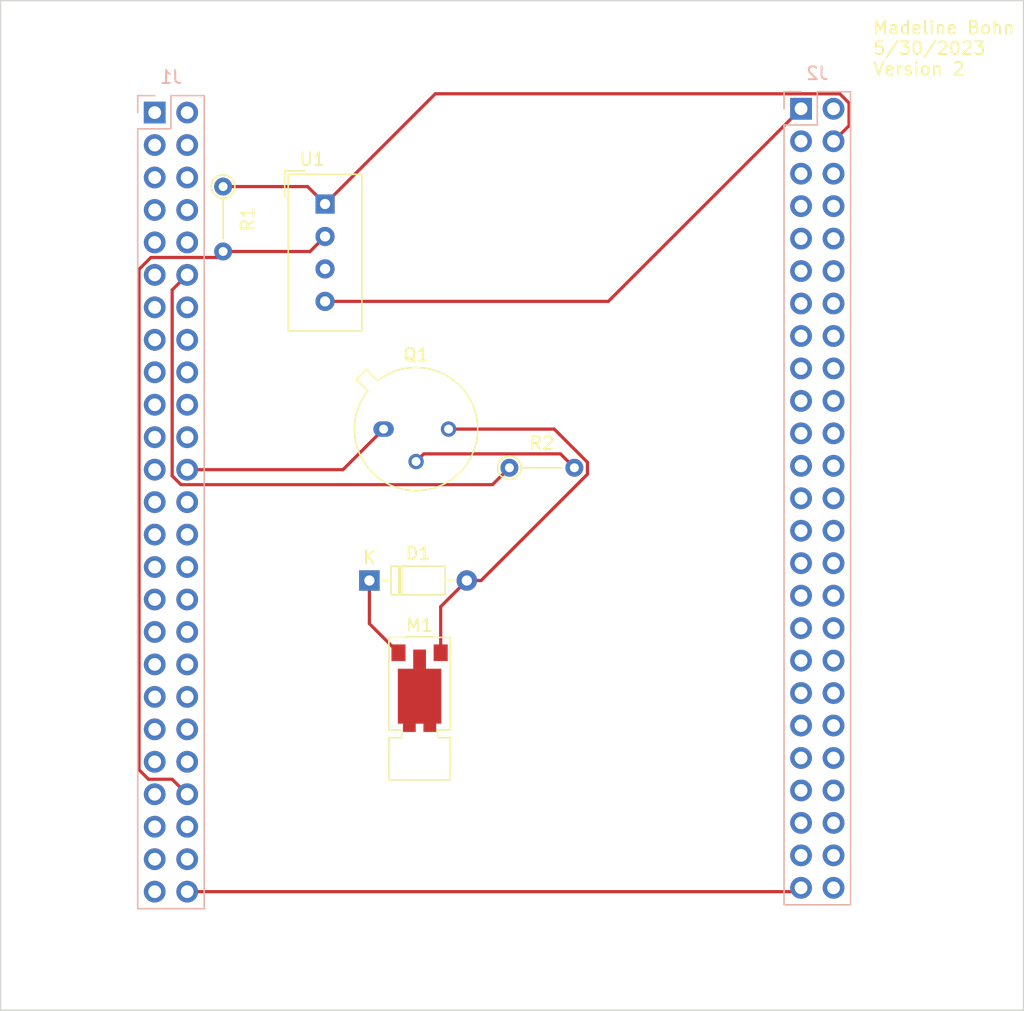
<source format=kicad_pcb>
(kicad_pcb (version 20221018) (generator pcbnew)
  (layers (0 "F.Cu" signal) (31 "B.Cu" signal) (34 "B.Paste" user) (35 "F.Paste" user) (36 "B.SilkS" user "B.Silkscreen") (37 "F.SilkS" user "F.Silkscreen") (38 "B.Mask" user) (39 "F.Mask" user) (44 "Edge.Cuts" user))
  (net 0 "")
  (net 1 "+BATT")
  (net 2 "Net-(D1-A)")
  (net 3 "GND")
  (net 38 "Motor")
  (net 40 "Temperature Sensor")
  (net 49 "+5V")
  (net 94 "Net-(Q1-B)")
  (footprint "Diode_THT:D_DO-35_SOD27_P7.62mm_Horizontal" (layer "F.Cu") (at 148.265 94.225)
    (fp_text reference "D1" (at 3.81 -2.12) (layer "F.SilkS"))
    (fp_text value "1N914")
    (fp_text user "K" (at 0 -1.8) (layer "F.SilkS"))
    (fp_line (start 1.04 0) (end 1.69 0) (stroke (width 0.12)) (layer "F.SilkS"))
    (fp_line (start 1.69 -1.12) (end 1.69 1.12) (stroke (width 0.12)) (layer "F.SilkS"))
    (fp_line (start 1.69 1.12) (end 5.93 1.12) (stroke (width 0.12)) (layer "F.SilkS"))
    (fp_line (start 2.29 -1.12) (end 2.29 1.12) (stroke (width 0.12)) (layer "F.SilkS"))
    (fp_line (start 2.41 -1.12) (end 2.41 1.12) (stroke (width 0.12)) (layer "F.SilkS"))
    (fp_line (start 2.53 -1.12) (end 2.53 1.12) (stroke (width 0.12)) (layer "F.SilkS"))
    (fp_line (start 5.93 -1.12) (end 1.69 -1.12) (stroke (width 0.12)) (layer "F.SilkS"))
    (fp_line (start 5.93 1.12) (end 5.93 -1.12) (stroke (width 0.12)) (layer "F.SilkS"))
    (fp_line (start 6.58 0) (end 5.93 0) (stroke (width 0.12)) (layer "F.SilkS"))
    (pad "1" thru_hole rect (at 0 0) (size 1.6 1.6) (drill 0.8) (layers "*.Cu" "*.Mask") (net 1 "+BATT"))
    (pad "2" thru_hole oval (at 7.62 0) (size 1.6 1.6) (drill 0.8) (layers "*.Cu" "*.Mask") (net 2 "Net-(D1-A)"))
  )
  (footprint "Motors:Vybronics_VZ30C1T8219732L" (layer "F.Cu") (at 152.19 104.225)
    (fp_text reference "M1" (at 0 -6.5) (layer "F.SilkS"))
    (fp_text value "Motor_DC")
    (fp_line (start -2.4 -5.55) (end -1.05 -5.55) (stroke (width 0.12)) (layer "F.SilkS"))
    (fp_line (start -2.4 -5.2) (end -2.4 -5.55) (stroke (width 0.12)) (layer "F.SilkS"))
    (fp_line (start -2.4 1.7) (end -2.4 -5.2) (stroke (width 0.12)) (layer "F.SilkS"))
    (fp_line (start -2.4 2.3) (end -1.4 2.3) (stroke (width 0.12)) (layer "F.SilkS"))
    (fp_line (start -2.4 5.6) (end -2.4 2.3) (stroke (width 0.12)) (layer "F.SilkS"))
    (fp_line (start -1.4 1.7) (end -2.4 1.7) (stroke (width 0.12)) (layer "F.SilkS"))
    (fp_line (start -1.4 2.3) (end -1.4 1.7) (stroke (width 0.12)) (layer "F.SilkS"))
    (fp_line (start -1.05 -5.6) (end 1.05 -5.6) (stroke (width 0.12)) (layer "F.SilkS"))
    (fp_line (start -1.05 -5.55) (end -1.05 -5.6) (stroke (width 0.12)) (layer "F.SilkS"))
    (fp_line (start 1.05 -5.6) (end 1.05 -5.55) (stroke (width 0.12)) (layer "F.SilkS"))
    (fp_line (start 1.05 -5.55) (end 2.4 -5.55) (stroke (width 0.12)) (layer "F.SilkS"))
    (fp_line (start 1.4 1.7) (end 1.4 2.3) (stroke (width 0.12)) (layer "F.SilkS"))
    (fp_line (start 1.4 2.3) (end 2.4 2.3) (stroke (width 0.12)) (layer "F.SilkS"))
    (fp_line (start 2.4 -5.55) (end 2.4 -5.2) (stroke (width 0.12)) (layer "F.SilkS"))
    (fp_line (start 2.4 -5.2) (end 2.4 1.7) (stroke (width 0.12)) (layer "F.SilkS"))
    (fp_line (start 2.4 1.7) (end 1.4 1.7) (stroke (width 0.12)) (layer "F.SilkS"))
    (fp_line (start 2.4 2.3) (end 2.4 5.6) (stroke (width 0.12)) (layer "F.SilkS"))
    (fp_line (start 2.4 5.6) (end -2.4 5.6) (stroke (width 0.12)) (layer "F.SilkS"))
    (pad "1" smd rect (at -1.65 -4.35 270) (size 1.3 1.1) (layers "F.Cu" "F.Paste" "F.Mask") (net 1 "+BATT"))
    (pad "2" smd rect (at 1.65 -4.35 270) (size 1.3 1.1) (layers "F.Cu" "F.Paste" "F.Mask") (net 2 "Net-(D1-A)"))
    (pad "SH" smd rect (at -0.8 1.525) (size 1 0.65) (layers "F.Cu" "F.Paste" "F.Mask"))
    (pad "SH" smd rect (at 0 -3.85 270) (size 1.5 1) (layers "F.Cu" "F.Paste" "F.Mask"))
    (pad "SH" smd rect (at 0 -0.95 270) (size 4.3 3.4) (layers "F.Cu" "F.Mask"))
    (pad "SH" smd rect (at 0.8 1.525) (size 1 0.65) (layers "F.Cu" "F.Paste" "F.Mask"))
  )
  (footprint "Resistor_THT:R_Axial_DIN0204_L3.6mm_D1.6mm_P5.08mm_Vertical" (layer "F.Cu") (at 136.825 63.4 -90)
    (fp_text reference "R1" (at 2.54 -1.92 90) (layer "F.SilkS"))
    (fp_text value "5k")
    (fp_line (start 0.92 0) (end 4.08 0) (stroke (width 0.12)) (layer "F.SilkS"))
    (fp_circle (center 0 0) (end 0.92 0) (stroke (width 0.12)) (fill none) (layer "F.SilkS"))
    (pad "1" thru_hole circle (at 0 0 270) (size 1.4 1.4) (drill 0.7) (layers "*.Cu" "*.Mask") (net 49 "+5V"))
    (pad "2" thru_hole oval (at 5.08 0 270) (size 1.4 1.4) (drill 0.7) (layers "*.Cu" "*.Mask") (net 40 "Temperature Sensor"))
  )
  (footprint "Sensor:Aosong_DHT11_5.5x12.0_P2.54mm" (layer "F.Cu") (at 144.7975 64.7625)
    (fp_text reference "U1" (at -1 -3.5) (layer "F.SilkS"))
    (fp_text value "DHT11")
    (fp_line (start -3.16 -2.6) (end -3.16 -0.6) (stroke (width 0.12)) (layer "F.SilkS"))
    (fp_line (start -3.16 -2.6) (end -1.55 -2.6) (stroke (width 0.12)) (layer "F.SilkS"))
    (fp_line (start -2.88 9.94) (end -2.88 -2.31) (stroke (width 0.12)) (layer "F.SilkS"))
    (fp_line (start -2.87 -2.32) (end 2.87 -2.32) (stroke (width 0.12)) (layer "F.SilkS"))
    (fp_line (start 2.88 -2.32) (end 2.88 9.94) (stroke (width 0.12)) (layer "F.SilkS"))
    (fp_line (start 2.88 9.94) (end -2.88 9.94) (stroke (width 0.12)) (layer "F.SilkS"))
    (pad "1" thru_hole rect (at 0 0) (size 1.5 1.5) (drill 0.8) (layers "*.Cu" "*.Mask") (net 49 "+5V"))
    (pad "2" thru_hole circle (at 0 2.54) (size 1.5 1.5) (drill 0.8) (layers "*.Cu" "*.Mask") (net 40 "Temperature Sensor"))
    (pad "3" thru_hole circle (at 0 5.08) (size 1.5 1.5) (drill 0.8) (layers "*.Cu" "*.Mask"))
    (pad "4" thru_hole circle (at 0 7.62) (size 1.5 1.5) (drill 0.8) (layers "*.Cu" "*.Mask") (net 3 "GND"))
  )
  (footprint "Resistor_THT:R_Axial_DIN0204_L3.6mm_D1.6mm_P5.08mm_Vertical" (layer "F.Cu") (at 159.215 85.4)
    (fp_text reference "R2" (at 2.54 -1.92) (layer "F.SilkS"))
    (fp_text value "10k")
    (fp_line (start 0.92 0) (end 4.08 0) (stroke (width 0.12)) (layer "F.SilkS"))
    (fp_circle (center 0 0) (end 0.92 0) (stroke (width 0.12)) (fill none) (layer "F.SilkS"))
    (pad "1" thru_hole circle (at 0 0) (size 1.4 1.4) (drill 0.7) (layers "*.Cu" "*.Mask") (net 38 "Motor"))
    (pad "2" thru_hole oval (at 5.08 0) (size 1.4 1.4) (drill 0.7) (layers "*.Cu" "*.Mask") (net 94 "Net-(Q1-B)"))
  )
  (footprint "Package_TO_SOT_THT:TO-39-3" (layer "F.Cu") (at 149.375 82.375)
    (fp_text reference "Q1" (at 2.54 -5.82) (layer "F.SilkS"))
    (fp_text value "2N2219")
    (fp_line (start -2.125856 -3.888039) (end -1.234902 -2.997084) (stroke (width 0.12)) (layer "F.SilkS"))
    (fp_line (start -1.348039 -4.665856) (end -2.125856 -3.888039) (stroke (width 0.12)) (layer "F.SilkS"))
    (fp_line (start -0.457084 -3.774902) (end -1.348039 -4.665856) (stroke (width 0.12)) (layer "F.SilkS"))
    (fp_arc (start -0.457084 -3.774902) (mid 5.948125 3.408384) (end -1.234674 -2.997371) (stroke (width 0.12)) (layer "F.SilkS"))
    (pad "1" thru_hole oval (at 0 0) (size 1.6 1.2) (drill 0.7) (layers "*.Cu" "*.Mask") (net 3 "GND"))
    (pad "2" thru_hole oval (at 2.54 2.54) (size 1.2 1.2) (drill 0.7) (layers "*.Cu" "*.Mask") (net 94 "Net-(Q1-B)"))
    (pad "3" thru_hole oval (at 5.08 0) (size 1.2 1.2) (drill 0.7) (layers "*.Cu" "*.Mask") (net 2 "Net-(D1-A)"))
  )
  (footprint "Connector_PinSocket_2.54mm:PinSocket_2x25_P2.54mm_Vertical" (layer "B.Cu") (at 131.475 57.61 180)
    (fp_text reference "J1" (at -1.27 2.77) (layer "B.SilkS") (effects (justify mirror)))
    (fp_text value "Discovery Board Conn 1")
    (fp_line (start -3.87 -62.29) (end 1.33 -62.29) (stroke (width 0.12)) (layer "B.SilkS"))
    (fp_line (start -3.87 1.33) (end -3.87 -62.29) (stroke (width 0.12)) (layer "B.SilkS"))
    (fp_line (start -3.87 1.33) (end -1.27 1.33) (stroke (width 0.12)) (layer "B.SilkS"))
    (fp_line (start -1.27 -1.27) (end 1.33 -1.27) (stroke (width 0.12)) (layer "B.SilkS"))
    (fp_line (start -1.27 1.33) (end -1.27 -1.27) (stroke (width 0.12)) (layer "B.SilkS"))
    (fp_line (start 0 1.33) (end 1.33 1.33) (stroke (width 0.12)) (layer "B.SilkS"))
    (fp_line (start 1.33 -1.27) (end 1.33 -62.29) (stroke (width 0.12)) (layer "B.SilkS"))
    (fp_line (start 1.33 1.33) (end 1.33 0) (stroke (width 0.12)) (layer "B.SilkS"))
    (pad "1" thru_hole rect (at 0 0 180) (size 1.7 1.7) (drill 1) (layers "*.Cu" "*.Mask") (net 3 "GND"))
    (pad "2" thru_hole oval (at -2.54 0 180) (size 1.7 1.7) (drill 1) (layers "*.Cu" "*.Mask") (net 3 "GND"))
    (pad "3" thru_hole oval (at 0 -2.54 180) (size 1.7 1.7) (drill 1) (layers "*.Cu" "*.Mask"))
    (pad "4" thru_hole oval (at -2.54 -2.54 180) (size 1.7 1.7) (drill 1) (layers "*.Cu" "*.Mask"))
    (pad "5" thru_hole oval (at 0 -5.08 180) (size 1.7 1.7) (drill 1) (layers "*.Cu" "*.Mask"))
    (pad "6" thru_hole oval (at -2.54 -5.08 180) (size 1.7 1.7) (drill 1) (layers "*.Cu" "*.Mask"))
    (pad "7" thru_hole oval (at 0 -7.62 180) (size 1.7 1.7) (drill 1) (layers "*.Cu" "*.Mask"))
    (pad "8" thru_hole oval (at -2.54 -7.62 180) (size 1.7 1.7) (drill 1) (layers "*.Cu" "*.Mask"))
    (pad "9" thru_hole oval (at 0 -10.16 180) (size 1.7 1.7) (drill 1) (layers "*.Cu" "*.Mask"))
    (pad "10" thru_hole oval (at -2.54 -10.16 180) (size 1.7 1.7) (drill 1) (layers "*.Cu" "*.Mask"))
    (pad "11" thru_hole oval (at 0 -12.7 180) (size 1.7 1.7) (drill 1) (layers "*.Cu" "*.Mask"))
    (pad "12" thru_hole oval (at -2.54 -12.7 180) (size 1.7 1.7) (drill 1) (layers "*.Cu" "*.Mask") (net 38 "Motor"))
    (pad "13" thru_hole oval (at 0 -15.24 180) (size 1.7 1.7) (drill 1) (layers "*.Cu" "*.Mask"))
    (pad "14" thru_hole oval (at -2.54 -15.24 180) (size 1.7 1.7) (drill 1) (layers "*.Cu" "*.Mask"))
    (pad "15" thru_hole oval (at 0 -17.78 180) (size 1.7 1.7) (drill 1) (layers "*.Cu" "*.Mask"))
    (pad "16" thru_hole oval (at -2.54 -17.78 180) (size 1.7 1.7) (drill 1) (layers "*.Cu" "*.Mask"))
    (pad "17" thru_hole oval (at 0 -20.32 180) (size 1.7 1.7) (drill 1) (layers "*.Cu" "*.Mask"))
    (pad "18" thru_hole oval (at -2.54 -20.32 180) (size 1.7 1.7) (drill 1) (layers "*.Cu" "*.Mask"))
    (pad "19" thru_hole oval (at 0 -22.86 180) (size 1.7 1.7) (drill 1) (layers "*.Cu" "*.Mask"))
    (pad "20" thru_hole oval (at -2.54 -22.86 180) (size 1.7 1.7) (drill 1) (layers "*.Cu" "*.Mask"))
    (pad "21" thru_hole oval (at 0 -25.4 180) (size 1.7 1.7) (drill 1) (layers "*.Cu" "*.Mask"))
    (pad "22" thru_hole oval (at -2.54 -25.4 180) (size 1.7 1.7) (drill 1) (layers "*.Cu" "*.Mask"))
    (pad "23" thru_hole oval (at 0 -27.94 180) (size 1.7 1.7) (drill 1) (layers "*.Cu" "*.Mask"))
    (pad "24" thru_hole oval (at -2.54 -27.94 180) (size 1.7 1.7) (drill 1) (layers "*.Cu" "*.Mask") (net 3 "GND"))
    (pad "25" thru_hole oval (at 0 -30.48 180) (size 1.7 1.7) (drill 1) (layers "*.Cu" "*.Mask"))
    (pad "26" thru_hole oval (at -2.54 -30.48 180) (size 1.7 1.7) (drill 1) (layers "*.Cu" "*.Mask"))
    (pad "27" thru_hole oval (at 0 -33.02 180) (size 1.7 1.7) (drill 1) (layers "*.Cu" "*.Mask"))
    (pad "28" thru_hole oval (at -2.54 -33.02 180) (size 1.7 1.7) (drill 1) (layers "*.Cu" "*.Mask"))
    (pad "29" thru_hole oval (at 0 -35.56 180) (size 1.7 1.7) (drill 1) (layers "*.Cu" "*.Mask"))
    (pad "30" thru_hole oval (at -2.54 -35.56 180) (size 1.7 1.7) (drill 1) (layers "*.Cu" "*.Mask"))
    (pad "31" thru_hole oval (at 0 -38.1 180) (size 1.7 1.7) (drill 1) (layers "*.Cu" "*.Mask"))
    (pad "32" thru_hole oval (at -2.54 -38.1 180) (size 1.7 1.7) (drill 1) (layers "*.Cu" "*.Mask"))
    (pad "33" thru_hole oval (at 0 -40.64 180) (size 1.7 1.7) (drill 1) (layers "*.Cu" "*.Mask"))
    (pad "34" thru_hole oval (at -2.54 -40.64 180) (size 1.7 1.7) (drill 1) (layers "*.Cu" "*.Mask"))
    (pad "35" thru_hole oval (at 0 -43.18 180) (size 1.7 1.7) (drill 1) (layers "*.Cu" "*.Mask"))
    (pad "36" thru_hole oval (at -2.54 -43.18 180) (size 1.7 1.7) (drill 1) (layers "*.Cu" "*.Mask"))
    (pad "37" thru_hole oval (at 0 -45.72 180) (size 1.7 1.7) (drill 1) (layers "*.Cu" "*.Mask"))
    (pad "38" thru_hole oval (at -2.54 -45.72 180) (size 1.7 1.7) (drill 1) (layers "*.Cu" "*.Mask"))
    (pad "39" thru_hole oval (at 0 -48.26 180) (size 1.7 1.7) (drill 1) (layers "*.Cu" "*.Mask"))
    (pad "40" thru_hole oval (at -2.54 -48.26 180) (size 1.7 1.7) (drill 1) (layers "*.Cu" "*.Mask"))
    (pad "41" thru_hole oval (at 0 -50.8 180) (size 1.7 1.7) (drill 1) (layers "*.Cu" "*.Mask"))
    (pad "42" thru_hole oval (at -2.54 -50.8 180) (size 1.7 1.7) (drill 1) (layers "*.Cu" "*.Mask"))
    (pad "43" thru_hole oval (at 0 -53.34 180) (size 1.7 1.7) (drill 1) (layers "*.Cu" "*.Mask"))
    (pad "44" thru_hole oval (at -2.54 -53.34 180) (size 1.7 1.7) (drill 1) (layers "*.Cu" "*.Mask") (net 40 "Temperature Sensor"))
    (pad "45" thru_hole oval (at 0 -55.88 180) (size 1.7 1.7) (drill 1) (layers "*.Cu" "*.Mask"))
    (pad "46" thru_hole oval (at -2.54 -55.88 180) (size 1.7 1.7) (drill 1) (layers "*.Cu" "*.Mask"))
    (pad "47" thru_hole oval (at 0 -58.42 180) (size 1.7 1.7) (drill 1) (layers "*.Cu" "*.Mask"))
    (pad "48" thru_hole oval (at -2.54 -58.42 180) (size 1.7 1.7) (drill 1) (layers "*.Cu" "*.Mask"))
    (pad "49" thru_hole oval (at 0 -60.96 180) (size 1.7 1.7) (drill 1) (layers "*.Cu" "*.Mask") (net 3 "GND"))
    (pad "50" thru_hole oval (at -2.54 -60.96 180) (size 1.7 1.7) (drill 1) (layers "*.Cu" "*.Mask") (net 3 "GND"))
  )
  (footprint "Connector_PinSocket_2.54mm:PinSocket_2x25_P2.54mm_Vertical" (layer "B.Cu") (at 182.025 57.31 180)
    (fp_text reference "J2" (at -1.27 2.77) (layer "B.SilkS") (effects (justify mirror)))
    (fp_text value "Discovery Board Conn 2")
    (fp_line (start -3.87 -62.29) (end 1.33 -62.29) (stroke (width 0.12)) (layer "B.SilkS"))
    (fp_line (start -3.87 1.33) (end -3.87 -62.29) (stroke (width 0.12)) (layer "B.SilkS"))
    (fp_line (start -3.87 1.33) (end -1.27 1.33) (stroke (width 0.12)) (layer "B.SilkS"))
    (fp_line (start -1.27 -1.27) (end 1.33 -1.27) (stroke (width 0.12)) (layer "B.SilkS"))
    (fp_line (start -1.27 1.33) (end -1.27 -1.27) (stroke (width 0.12)) (layer "B.SilkS"))
    (fp_line (start 0 1.33) (end 1.33 1.33) (stroke (width 0.12)) (layer "B.SilkS"))
    (fp_line (start 1.33 -1.27) (end 1.33 -62.29) (stroke (width 0.12)) (layer "B.SilkS"))
    (fp_line (start 1.33 1.33) (end 1.33 0) (stroke (width 0.12)) (layer "B.SilkS"))
    (pad "1" thru_hole rect (at 0 0 180) (size 1.7 1.7) (drill 1) (layers "*.Cu" "*.Mask") (net 3 "GND"))
    (pad "2" thru_hole oval (at -2.54 0 180) (size 1.7 1.7) (drill 1) (layers "*.Cu" "*.Mask") (net 3 "GND"))
    (pad "3" thru_hole oval (at 0 -2.54 180) (size 1.7 1.7) (drill 1) (layers "*.Cu" "*.Mask") (net 49 "+5V"))
    (pad "4" thru_hole oval (at -2.54 -2.54 180) (size 1.7 1.7) (drill 1) (layers "*.Cu" "*.Mask") (net 49 "+5V"))
    (pad "5" thru_hole oval (at 0 -5.08 180) (size 1.7 1.7) (drill 1) (layers "*.Cu" "*.Mask"))
    (pad "6" thru_hole oval (at -2.54 -5.08 180) (size 1.7 1.7) (drill 1) (layers "*.Cu" "*.Mask"))
    (pad "7" thru_hole oval (at 0 -7.62 180) (size 1.7 1.7) (drill 1) (layers "*.Cu" "*.Mask"))
    (pad "8" thru_hole oval (at -2.54 -7.62 180) (size 1.7 1.7) (drill 1) (layers "*.Cu" "*.Mask"))
    (pad "9" thru_hole oval (at 0 -10.16 180) (size 1.7 1.7) (drill 1) (layers "*.Cu" "*.Mask"))
    (pad "10" thru_hole oval (at -2.54 -10.16 180) (size 1.7 1.7) (drill 1) (layers "*.Cu" "*.Mask"))
    (pad "11" thru_hole oval (at 0 -12.7 180) (size 1.7 1.7) (drill 1) (layers "*.Cu" "*.Mask"))
    (pad "12" thru_hole oval (at -2.54 -12.7 180) (size 1.7 1.7) (drill 1) (layers "*.Cu" "*.Mask"))
    (pad "13" thru_hole oval (at 0 -15.24 180) (size 1.7 1.7) (drill 1) (layers "*.Cu" "*.Mask"))
    (pad "14" thru_hole oval (at -2.54 -15.24 180) (size 1.7 1.7) (drill 1) (layers "*.Cu" "*.Mask"))
    (pad "15" thru_hole oval (at 0 -17.78 180) (size 1.7 1.7) (drill 1) (layers "*.Cu" "*.Mask"))
    (pad "16" thru_hole oval (at -2.54 -17.78 180) (size 1.7 1.7) (drill 1) (layers "*.Cu" "*.Mask"))
    (pad "17" thru_hole oval (at 0 -20.32 180) (size 1.7 1.7) (drill 1) (layers "*.Cu" "*.Mask"))
    (pad "18" thru_hole oval (at -2.54 -20.32 180) (size 1.7 1.7) (drill 1) (layers "*.Cu" "*.Mask"))
    (pad "19" thru_hole oval (at 0 -22.86 180) (size 1.7 1.7) (drill 1) (layers "*.Cu" "*.Mask"))
    (pad "20" thru_hole oval (at -2.54 -22.86 180) (size 1.7 1.7) (drill 1) (layers "*.Cu" "*.Mask"))
    (pad "21" thru_hole oval (at 0 -25.4 180) (size 1.7 1.7) (drill 1) (layers "*.Cu" "*.Mask"))
    (pad "22" thru_hole oval (at -2.54 -25.4 180) (size 1.7 1.7) (drill 1) (layers "*.Cu" "*.Mask"))
    (pad "23" thru_hole oval (at 0 -27.94 180) (size 1.7 1.7) (drill 1) (layers "*.Cu" "*.Mask"))
    (pad "24" thru_hole oval (at -2.54 -27.94 180) (size 1.7 1.7) (drill 1) (layers "*.Cu" "*.Mask"))
    (pad "25" thru_hole oval (at 0 -30.48 180) (size 1.7 1.7) (drill 1) (layers "*.Cu" "*.Mask"))
    (pad "26" thru_hole oval (at -2.54 -30.48 180) (size 1.7 1.7) (drill 1) (layers "*.Cu" "*.Mask"))
    (pad "27" thru_hole oval (at 0 -33.02 180) (size 1.7 1.7) (drill 1) (layers "*.Cu" "*.Mask"))
    (pad "28" thru_hole oval (at -2.54 -33.02 180) (size 1.7 1.7) (drill 1) (layers "*.Cu" "*.Mask"))
    (pad "29" thru_hole oval (at 0 -35.56 180) (size 1.7 1.7) (drill 1) (layers "*.Cu" "*.Mask"))
    (pad "30" thru_hole oval (at -2.54 -35.56 180) (size 1.7 1.7) (drill 1) (layers "*.Cu" "*.Mask"))
    (pad "31" thru_hole oval (at 0 -38.1 180) (size 1.7 1.7) (drill 1) (layers "*.Cu" "*.Mask"))
    (pad "32" thru_hole oval (at -2.54 -38.1 180) (size 1.7 1.7) (drill 1) (layers "*.Cu" "*.Mask"))
    (pad "33" thru_hole oval (at 0 -40.64 180) (size 1.7 1.7) (drill 1) (layers "*.Cu" "*.Mask"))
    (pad "34" thru_hole oval (at -2.54 -40.64 180) (size 1.7 1.7) (drill 1) (layers "*.Cu" "*.Mask"))
    (pad "35" thru_hole oval (at 0 -43.18 180) (size 1.7 1.7) (drill 1) (layers "*.Cu" "*.Mask"))
    (pad "36" thru_hole oval (at -2.54 -43.18 180) (size 1.7 1.7) (drill 1) (layers "*.Cu" "*.Mask"))
    (pad "37" thru_hole oval (at 0 -45.72 180) (size 1.7 1.7) (drill 1) (layers "*.Cu" "*.Mask"))
    (pad "38" thru_hole oval (at -2.54 -45.72 180) (size 1.7 1.7) (drill 1) (layers "*.Cu" "*.Mask"))
    (pad "39" thru_hole oval (at 0 -48.26 180) (size 1.7 1.7) (drill 1) (layers "*.Cu" "*.Mask"))
    (pad "40" thru_hole oval (at -2.54 -48.26 180) (size 1.7 1.7) (drill 1) (layers "*.Cu" "*.Mask"))
    (pad "41" thru_hole oval (at 0 -50.8 180) (size 1.7 1.7) (drill 1) (layers "*.Cu" "*.Mask"))
    (pad "42" thru_hole oval (at -2.54 -50.8 180) (size 1.7 1.7) (drill 1) (layers "*.Cu" "*.Mask"))
    (pad "43" thru_hole oval (at 0 -53.34 180) (size 1.7 1.7) (drill 1) (layers "*.Cu" "*.Mask"))
    (pad "44" thru_hole oval (at -2.54 -53.34 180) (size 1.7 1.7) (drill 1) (layers "*.Cu" "*.Mask"))
    (pad "45" thru_hole oval (at 0 -55.88 180) (size 1.7 1.7) (drill 1) (layers "*.Cu" "*.Mask"))
    (pad "46" thru_hole oval (at -2.54 -55.88 180) (size 1.7 1.7) (drill 1) (layers "*.Cu" "*.Mask"))
    (pad "47" thru_hole oval (at 0 -58.42 180) (size 1.7 1.7) (drill 1) (layers "*.Cu" "*.Mask"))
    (pad "48" thru_hole oval (at -2.54 -58.42 180) (size 1.7 1.7) (drill 1) (layers "*.Cu" "*.Mask"))
    (pad "49" thru_hole oval (at 0 -60.96 180) (size 1.7 1.7) (drill 1) (layers "*.Cu" "*.Mask") (net 3 "GND"))
    (pad "50" thru_hole oval (at -2.54 -60.96 180) (size 1.7 1.7) (drill 1) (layers "*.Cu" "*.Mask") (net 3 "GND"))
  )
  (gr_rect (start 119.425 48.85) (end 199.425 127.85) (stroke (width 0.1)) (fill none) (layer "Edge.Cuts"))
  (gr_text "Madeline Bohn\n5/30/2023\nVersion 2" (at 187.575 54.775) (layer "F.SilkS") (effects (font (size 1 1)) (justify left bottom)))
  (segment (start 148.265 97.6) (end 150.54 99.875) (width 0.25) (layer "F.Cu") (net 1))
  (segment (start 148.265 94.225) (end 148.265 97.6) (width 0.25) (layer "F.Cu") (net 1))
  (segment (start 153.84 96.27) (end 155.885 94.225) (width 0.25) (layer "F.Cu") (net 2))
  (segment (start 153.84 99.875) (end 153.84 96.27) (width 0.25) (layer "F.Cu") (net 2))
  (segment (start 154.455 82.375) (end 162.719569 82.375) (width 0.25) (layer "F.Cu") (net 2))
  (segment (start 165.32 84.975431) (end 165.32 85.905) (width 0.25) (layer "F.Cu") (net 2))
  (segment (start 157 94.225) (end 155.885 94.225) (width 0.25) (layer "F.Cu") (net 2))
  (segment (start 162.719569 82.375) (end 165.32 84.975431) (width 0.25) (layer "F.Cu") (net 2))
  (segment (start 165.32 85.905) (end 157 94.225) (width 0.25) (layer "F.Cu") (net 2))
  (segment (start 166.9525 72.3825) (end 182.025 57.31) (width 0.25) (layer "F.Cu") (net 3))
  (segment (start 134.015 85.55) (end 146.2 85.55) (width 0.25) (layer "F.Cu") (net 3))
  (segment (start 146.2 85.55) (end 149.375 82.375) (width 0.25) (layer "F.Cu") (net 3))
  (segment (start 181.725 118.57) (end 182.025 118.27) (width 0.25) (layer "F.Cu") (net 3))
  (segment (start 134.015 118.57) (end 181.725 118.57) (width 0.25) (layer "F.Cu") (net 3))
  (segment (start 144.7975 72.3825) (end 166.9525 72.3825) (width 0.25) (layer "F.Cu") (net 3))
  (segment (start 157.89 86.725) (end 133.528299 86.725) (width 0.25) (layer "F.Cu") (net 38))
  (segment (start 133.528299 86.725) (end 132.84 86.036701) (width 0.25) (layer "F.Cu") (net 38))
  (segment (start 132.84 86.036701) (end 132.84 71.485) (width 0.25) (layer "F.Cu") (net 38))
  (segment (start 159.215 85.4) (end 157.89 86.725) (width 0.25) (layer "F.Cu") (net 38))
  (segment (start 132.84 71.485) (end 134.015 70.31) (width 0.25) (layer "F.Cu") (net 38))
  (segment (start 136.825 68.48) (end 143.62 68.48) (width 0.25) (layer "F.Cu") (net 40))
  (segment (start 131.178299 68.945) (end 130.25 69.873299) (width 0.25) (layer "F.Cu") (net 40))
  (segment (start 130.25 109.036701) (end 130.988299 109.775) (width 0.25) (layer "F.Cu") (net 40))
  (segment (start 130.25 69.873299) (end 130.25 109.036701) (width 0.25) (layer "F.Cu") (net 40))
  (segment (start 136.825 68.48) (end 136.36 68.945) (width 0.25) (layer "F.Cu") (net 40))
  (segment (start 130.988299 109.775) (end 132.84 109.775) (width 0.25) (layer "F.Cu") (net 40))
  (segment (start 136.36 68.945) (end 131.178299 68.945) (width 0.25) (layer "F.Cu") (net 40))
  (segment (start 132.84 109.775) (end 134.015 110.95) (width 0.25) (layer "F.Cu") (net 40))
  (segment (start 143.62 68.48) (end 144.7975 67.3025) (width 0.25) (layer "F.Cu") (net 40))
  (segment (start 144.7975 64.7625) (end 153.425 56.135) (width 0.25) (layer "F.Cu") (net 49))
  (segment (start 153.425 56.135) (end 185.051701 56.135) (width 0.25) (layer "F.Cu") (net 49))
  (segment (start 185.051701 56.135) (end 185.775 56.858299) (width 0.25) (layer "F.Cu") (net 49))
  (segment (start 136.825 63.4) (end 143.435 63.4) (width 0.25) (layer "F.Cu") (net 49))
  (segment (start 185.775 56.858299) (end 185.775 58.64) (width 0.25) (layer "F.Cu") (net 49))
  (segment (start 185.775 58.64) (end 184.565 59.85) (width 0.25) (layer "F.Cu") (net 49))
  (segment (start 143.435 63.4) (end 144.7975 64.7625) (width 0.25) (layer "F.Cu") (net 49))
  (segment (start 163.21 84.315) (end 164.295 85.4) (width 0.25) (layer "F.Cu") (net 94))
  (segment (start 151.915 84.915) (end 152.515 84.315) (width 0.25) (layer "F.Cu") (net 94))
  (segment (start 152.515 84.315) (end 163.21 84.315) (width 0.25) (layer "F.Cu") (net 94))
)
</source>
